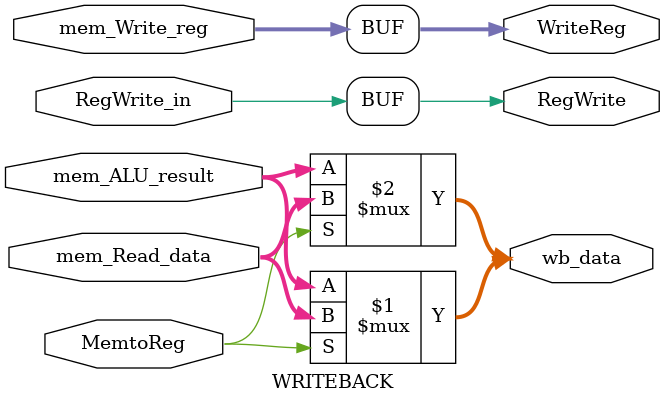
<source format=v>
    module WRITEBACK(
    input  wire MemtoReg,
    input  wire RegWrite_in,     
    input  wire [31:0] mem_Read_data,
    input  wire [31:0] mem_ALU_result,
    input  wire [4:0] mem_Write_reg,

    output wire [31:0] wb_data,
    output wire RegWrite,
    output wire [4:0]  WriteReg
);

    assign wb_data  = MemtoReg ? mem_Read_data : mem_ALU_result;
    assign wb_data = MemtoReg ? mem_Read_data : mem_ALU_result;

    assign WriteReg = mem_Write_reg;
    
    assign RegWrite = RegWrite_in;

endmodule
</source>
